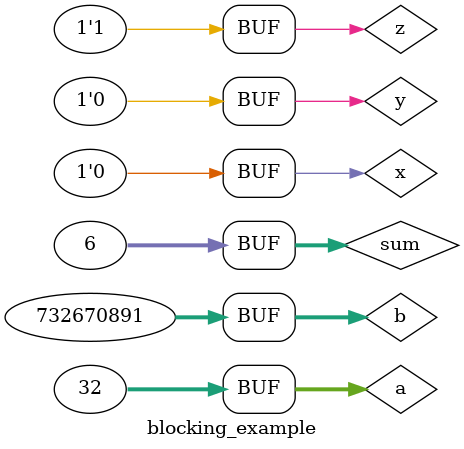
<source format=v>
module blocking_example;
reg x, y, z;
reg [31:0] a, b;
integer sum;

initial 
    begin 
        x = 1'b0;                       //At time = 0
        y = 1'b0;                       //At time = 0
        z = 1'b1;                       //At time = 0
        sum = 1;                        //At time = 0
        a = 31'b0;                      //At time = 0
        b = 31'habababab;               //At time = 0
        #5 a[5] = 1'b1;                 //At time = 5
        #10 b[31:29] = {x, y, z};       //At time = 15
        sum = sum + 5;                  //At time = 15
    end
endmodule
</source>
